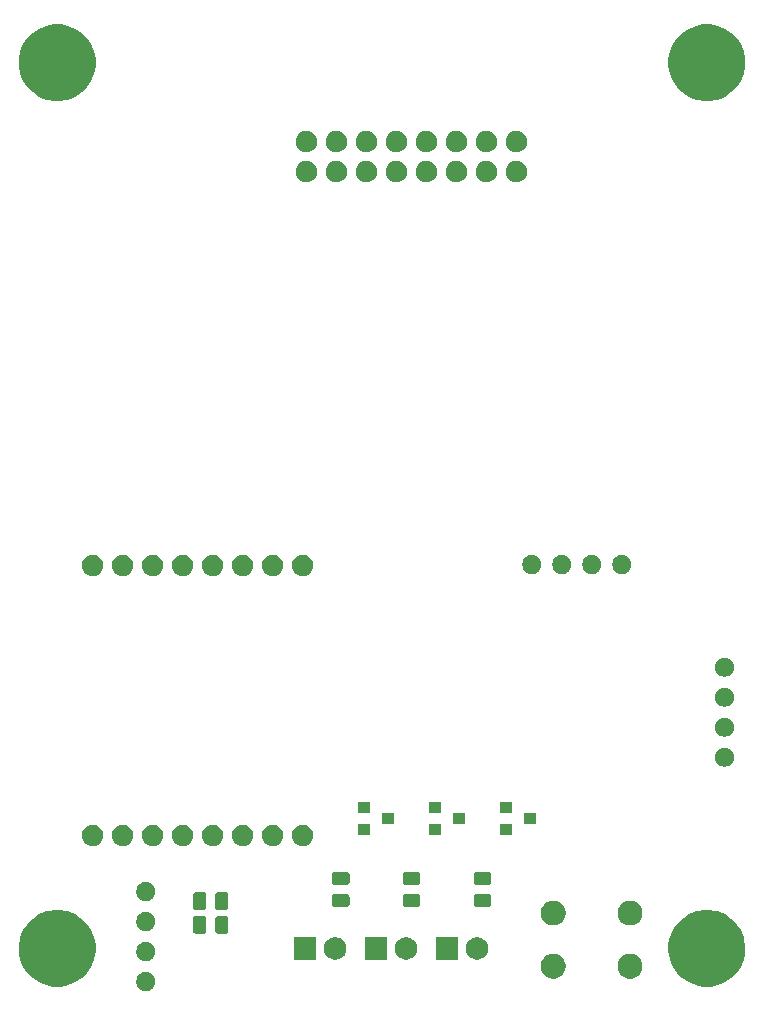
<source format=gbr>
G04 #@! TF.GenerationSoftware,KiCad,Pcbnew,5.1.5+dfsg1-2build2*
G04 #@! TF.CreationDate,2020-10-24T15:12:09+02:00*
G04 #@! TF.ProjectId,sensorbox,73656e73-6f72-4626-9f78-2e6b69636164,rev?*
G04 #@! TF.SameCoordinates,Original*
G04 #@! TF.FileFunction,Soldermask,Bot*
G04 #@! TF.FilePolarity,Negative*
%FSLAX46Y46*%
G04 Gerber Fmt 4.6, Leading zero omitted, Abs format (unit mm)*
G04 Created by KiCad (PCBNEW 5.1.5+dfsg1-2build2) date 2020-10-24 15:12:09*
%MOMM*%
%LPD*%
G04 APERTURE LIST*
%ADD10C,0.100000*%
G04 APERTURE END LIST*
D10*
G36*
X12737142Y-82028242D02*
G01*
X12885101Y-82089529D01*
X13018255Y-82178499D01*
X13131501Y-82291745D01*
X13220471Y-82424899D01*
X13281758Y-82572858D01*
X13313000Y-82729925D01*
X13313000Y-82890075D01*
X13281758Y-83047142D01*
X13220471Y-83195101D01*
X13131501Y-83328255D01*
X13018255Y-83441501D01*
X12885101Y-83530471D01*
X12737142Y-83591758D01*
X12580075Y-83623000D01*
X12419925Y-83623000D01*
X12262858Y-83591758D01*
X12114899Y-83530471D01*
X11981745Y-83441501D01*
X11868499Y-83328255D01*
X11779529Y-83195101D01*
X11718242Y-83047142D01*
X11687000Y-82890075D01*
X11687000Y-82729925D01*
X11718242Y-82572858D01*
X11779529Y-82424899D01*
X11868499Y-82291745D01*
X11981745Y-82178499D01*
X12114899Y-82089529D01*
X12262858Y-82028242D01*
X12419925Y-81997000D01*
X12580075Y-81997000D01*
X12737142Y-82028242D01*
G37*
G36*
X60634239Y-76811467D02*
G01*
X60948282Y-76873934D01*
X61539926Y-77119001D01*
X61966477Y-77404014D01*
X62072391Y-77474783D01*
X62525217Y-77927609D01*
X62580676Y-78010610D01*
X62880999Y-78460074D01*
X63126066Y-79051718D01*
X63167756Y-79261309D01*
X63251000Y-79679803D01*
X63251000Y-80320197D01*
X63217345Y-80489390D01*
X63126066Y-80948282D01*
X62880999Y-81539926D01*
X62702836Y-81806565D01*
X62554716Y-82028243D01*
X62525216Y-82072392D01*
X62072392Y-82525216D01*
X61539926Y-82880999D01*
X60948282Y-83126066D01*
X60634239Y-83188533D01*
X60320197Y-83251000D01*
X59679803Y-83251000D01*
X59365761Y-83188533D01*
X59051718Y-83126066D01*
X58460074Y-82880999D01*
X57927608Y-82525216D01*
X57474784Y-82072392D01*
X57445285Y-82028243D01*
X57297164Y-81806565D01*
X57119001Y-81539926D01*
X56873934Y-80948282D01*
X56782655Y-80489390D01*
X56749000Y-80320197D01*
X56749000Y-79679803D01*
X56832244Y-79261309D01*
X56873934Y-79051718D01*
X57119001Y-78460074D01*
X57419324Y-78010610D01*
X57474783Y-77927609D01*
X57927609Y-77474783D01*
X58033523Y-77404014D01*
X58460074Y-77119001D01*
X59051718Y-76873934D01*
X59365761Y-76811467D01*
X59679803Y-76749000D01*
X60320197Y-76749000D01*
X60634239Y-76811467D01*
G37*
G36*
X5634239Y-76811467D02*
G01*
X5948282Y-76873934D01*
X6539926Y-77119001D01*
X6966477Y-77404014D01*
X7072391Y-77474783D01*
X7525217Y-77927609D01*
X7580676Y-78010610D01*
X7880999Y-78460074D01*
X8126066Y-79051718D01*
X8167756Y-79261309D01*
X8251000Y-79679803D01*
X8251000Y-80320197D01*
X8217345Y-80489390D01*
X8126066Y-80948282D01*
X7880999Y-81539926D01*
X7702836Y-81806565D01*
X7554716Y-82028243D01*
X7525216Y-82072392D01*
X7072392Y-82525216D01*
X6539926Y-82880999D01*
X5948282Y-83126066D01*
X5634239Y-83188533D01*
X5320197Y-83251000D01*
X4679803Y-83251000D01*
X4365761Y-83188533D01*
X4051718Y-83126066D01*
X3460074Y-82880999D01*
X2927608Y-82525216D01*
X2474784Y-82072392D01*
X2445285Y-82028243D01*
X2297164Y-81806565D01*
X2119001Y-81539926D01*
X1873934Y-80948282D01*
X1782655Y-80489390D01*
X1749000Y-80320197D01*
X1749000Y-79679803D01*
X1832244Y-79261309D01*
X1873934Y-79051718D01*
X2119001Y-78460074D01*
X2419324Y-78010610D01*
X2474783Y-77927609D01*
X2927609Y-77474783D01*
X3033523Y-77404014D01*
X3460074Y-77119001D01*
X4051718Y-76873934D01*
X4365761Y-76811467D01*
X4679803Y-76749000D01*
X5320197Y-76749000D01*
X5634239Y-76811467D01*
G37*
G36*
X53806564Y-80489389D02*
G01*
X53997833Y-80568615D01*
X53997835Y-80568616D01*
X54169973Y-80683635D01*
X54316365Y-80830027D01*
X54397197Y-80951000D01*
X54431385Y-81002167D01*
X54510611Y-81193436D01*
X54551000Y-81396484D01*
X54551000Y-81603516D01*
X54510611Y-81806564D01*
X54431730Y-81997000D01*
X54431384Y-81997835D01*
X54316365Y-82169973D01*
X54169973Y-82316365D01*
X53997835Y-82431384D01*
X53997834Y-82431385D01*
X53997833Y-82431385D01*
X53806564Y-82510611D01*
X53603516Y-82551000D01*
X53396484Y-82551000D01*
X53193436Y-82510611D01*
X53002167Y-82431385D01*
X53002166Y-82431385D01*
X53002165Y-82431384D01*
X52830027Y-82316365D01*
X52683635Y-82169973D01*
X52568616Y-81997835D01*
X52568270Y-81997000D01*
X52489389Y-81806564D01*
X52449000Y-81603516D01*
X52449000Y-81396484D01*
X52489389Y-81193436D01*
X52568615Y-81002167D01*
X52602804Y-80951000D01*
X52683635Y-80830027D01*
X52830027Y-80683635D01*
X53002165Y-80568616D01*
X53002167Y-80568615D01*
X53193436Y-80489389D01*
X53396484Y-80449000D01*
X53603516Y-80449000D01*
X53806564Y-80489389D01*
G37*
G36*
X47306564Y-80489389D02*
G01*
X47497833Y-80568615D01*
X47497835Y-80568616D01*
X47669973Y-80683635D01*
X47816365Y-80830027D01*
X47897197Y-80951000D01*
X47931385Y-81002167D01*
X48010611Y-81193436D01*
X48051000Y-81396484D01*
X48051000Y-81603516D01*
X48010611Y-81806564D01*
X47931730Y-81997000D01*
X47931384Y-81997835D01*
X47816365Y-82169973D01*
X47669973Y-82316365D01*
X47497835Y-82431384D01*
X47497834Y-82431385D01*
X47497833Y-82431385D01*
X47306564Y-82510611D01*
X47103516Y-82551000D01*
X46896484Y-82551000D01*
X46693436Y-82510611D01*
X46502167Y-82431385D01*
X46502166Y-82431385D01*
X46502165Y-82431384D01*
X46330027Y-82316365D01*
X46183635Y-82169973D01*
X46068616Y-81997835D01*
X46068270Y-81997000D01*
X45989389Y-81806564D01*
X45949000Y-81603516D01*
X45949000Y-81396484D01*
X45989389Y-81193436D01*
X46068615Y-81002167D01*
X46102804Y-80951000D01*
X46183635Y-80830027D01*
X46330027Y-80683635D01*
X46502165Y-80568616D01*
X46502167Y-80568615D01*
X46693436Y-80489389D01*
X46896484Y-80449000D01*
X47103516Y-80449000D01*
X47306564Y-80489389D01*
G37*
G36*
X12737142Y-79488242D02*
G01*
X12885101Y-79549529D01*
X13018255Y-79638499D01*
X13131501Y-79751745D01*
X13220471Y-79884899D01*
X13281758Y-80032858D01*
X13313000Y-80189925D01*
X13313000Y-80350075D01*
X13281758Y-80507142D01*
X13220471Y-80655101D01*
X13131501Y-80788255D01*
X13018255Y-80901501D01*
X12885101Y-80990471D01*
X12737142Y-81051758D01*
X12580075Y-81083000D01*
X12419925Y-81083000D01*
X12262858Y-81051758D01*
X12114899Y-80990471D01*
X11981745Y-80901501D01*
X11868499Y-80788255D01*
X11779529Y-80655101D01*
X11718242Y-80507142D01*
X11687000Y-80350075D01*
X11687000Y-80189925D01*
X11718242Y-80032858D01*
X11779529Y-79884899D01*
X11868499Y-79751745D01*
X11981745Y-79638499D01*
X12114899Y-79549529D01*
X12262858Y-79488242D01*
X12419925Y-79457000D01*
X12580075Y-79457000D01*
X12737142Y-79488242D01*
G37*
G36*
X40817395Y-79085546D02*
G01*
X40990466Y-79157234D01*
X40990467Y-79157235D01*
X41146227Y-79261310D01*
X41278690Y-79393773D01*
X41278691Y-79393775D01*
X41382766Y-79549534D01*
X41454454Y-79722605D01*
X41491000Y-79906333D01*
X41491000Y-80093667D01*
X41454454Y-80277395D01*
X41382766Y-80450466D01*
X41331081Y-80527818D01*
X41278690Y-80606227D01*
X41146227Y-80738690D01*
X41072047Y-80788255D01*
X40990466Y-80842766D01*
X40817395Y-80914454D01*
X40633667Y-80951000D01*
X40446333Y-80951000D01*
X40262605Y-80914454D01*
X40089534Y-80842766D01*
X40007953Y-80788255D01*
X39933773Y-80738690D01*
X39801310Y-80606227D01*
X39748919Y-80527818D01*
X39697234Y-80450466D01*
X39625546Y-80277395D01*
X39589000Y-80093667D01*
X39589000Y-79906333D01*
X39625546Y-79722605D01*
X39697234Y-79549534D01*
X39801309Y-79393775D01*
X39801310Y-79393773D01*
X39933773Y-79261310D01*
X40089533Y-79157235D01*
X40089534Y-79157234D01*
X40262605Y-79085546D01*
X40446333Y-79049000D01*
X40633667Y-79049000D01*
X40817395Y-79085546D01*
G37*
G36*
X26951000Y-80951000D02*
G01*
X25049000Y-80951000D01*
X25049000Y-79049000D01*
X26951000Y-79049000D01*
X26951000Y-80951000D01*
G37*
G36*
X28817395Y-79085546D02*
G01*
X28990466Y-79157234D01*
X28990467Y-79157235D01*
X29146227Y-79261310D01*
X29278690Y-79393773D01*
X29278691Y-79393775D01*
X29382766Y-79549534D01*
X29454454Y-79722605D01*
X29491000Y-79906333D01*
X29491000Y-80093667D01*
X29454454Y-80277395D01*
X29382766Y-80450466D01*
X29331081Y-80527818D01*
X29278690Y-80606227D01*
X29146227Y-80738690D01*
X29072047Y-80788255D01*
X28990466Y-80842766D01*
X28817395Y-80914454D01*
X28633667Y-80951000D01*
X28446333Y-80951000D01*
X28262605Y-80914454D01*
X28089534Y-80842766D01*
X28007953Y-80788255D01*
X27933773Y-80738690D01*
X27801310Y-80606227D01*
X27748919Y-80527818D01*
X27697234Y-80450466D01*
X27625546Y-80277395D01*
X27589000Y-80093667D01*
X27589000Y-79906333D01*
X27625546Y-79722605D01*
X27697234Y-79549534D01*
X27801309Y-79393775D01*
X27801310Y-79393773D01*
X27933773Y-79261310D01*
X28089533Y-79157235D01*
X28089534Y-79157234D01*
X28262605Y-79085546D01*
X28446333Y-79049000D01*
X28633667Y-79049000D01*
X28817395Y-79085546D01*
G37*
G36*
X32951000Y-80951000D02*
G01*
X31049000Y-80951000D01*
X31049000Y-79049000D01*
X32951000Y-79049000D01*
X32951000Y-80951000D01*
G37*
G36*
X34817395Y-79085546D02*
G01*
X34990466Y-79157234D01*
X34990467Y-79157235D01*
X35146227Y-79261310D01*
X35278690Y-79393773D01*
X35278691Y-79393775D01*
X35382766Y-79549534D01*
X35454454Y-79722605D01*
X35491000Y-79906333D01*
X35491000Y-80093667D01*
X35454454Y-80277395D01*
X35382766Y-80450466D01*
X35331081Y-80527818D01*
X35278690Y-80606227D01*
X35146227Y-80738690D01*
X35072047Y-80788255D01*
X34990466Y-80842766D01*
X34817395Y-80914454D01*
X34633667Y-80951000D01*
X34446333Y-80951000D01*
X34262605Y-80914454D01*
X34089534Y-80842766D01*
X34007953Y-80788255D01*
X33933773Y-80738690D01*
X33801310Y-80606227D01*
X33748919Y-80527818D01*
X33697234Y-80450466D01*
X33625546Y-80277395D01*
X33589000Y-80093667D01*
X33589000Y-79906333D01*
X33625546Y-79722605D01*
X33697234Y-79549534D01*
X33801309Y-79393775D01*
X33801310Y-79393773D01*
X33933773Y-79261310D01*
X34089533Y-79157235D01*
X34089534Y-79157234D01*
X34262605Y-79085546D01*
X34446333Y-79049000D01*
X34633667Y-79049000D01*
X34817395Y-79085546D01*
G37*
G36*
X38951000Y-80951000D02*
G01*
X37049000Y-80951000D01*
X37049000Y-79049000D01*
X38951000Y-79049000D01*
X38951000Y-80951000D01*
G37*
G36*
X19309468Y-77253565D02*
G01*
X19348138Y-77265296D01*
X19383777Y-77284346D01*
X19415017Y-77309983D01*
X19440654Y-77341223D01*
X19459704Y-77376862D01*
X19471435Y-77415532D01*
X19476000Y-77461888D01*
X19476000Y-78538112D01*
X19471435Y-78584468D01*
X19459704Y-78623138D01*
X19440654Y-78658777D01*
X19415017Y-78690017D01*
X19383777Y-78715654D01*
X19348138Y-78734704D01*
X19309468Y-78746435D01*
X19263112Y-78751000D01*
X18611888Y-78751000D01*
X18565532Y-78746435D01*
X18526862Y-78734704D01*
X18491223Y-78715654D01*
X18459983Y-78690017D01*
X18434346Y-78658777D01*
X18415296Y-78623138D01*
X18403565Y-78584468D01*
X18399000Y-78538112D01*
X18399000Y-77461888D01*
X18403565Y-77415532D01*
X18415296Y-77376862D01*
X18434346Y-77341223D01*
X18459983Y-77309983D01*
X18491223Y-77284346D01*
X18526862Y-77265296D01*
X18565532Y-77253565D01*
X18611888Y-77249000D01*
X19263112Y-77249000D01*
X19309468Y-77253565D01*
G37*
G36*
X17434468Y-77253565D02*
G01*
X17473138Y-77265296D01*
X17508777Y-77284346D01*
X17540017Y-77309983D01*
X17565654Y-77341223D01*
X17584704Y-77376862D01*
X17596435Y-77415532D01*
X17601000Y-77461888D01*
X17601000Y-78538112D01*
X17596435Y-78584468D01*
X17584704Y-78623138D01*
X17565654Y-78658777D01*
X17540017Y-78690017D01*
X17508777Y-78715654D01*
X17473138Y-78734704D01*
X17434468Y-78746435D01*
X17388112Y-78751000D01*
X16736888Y-78751000D01*
X16690532Y-78746435D01*
X16651862Y-78734704D01*
X16616223Y-78715654D01*
X16584983Y-78690017D01*
X16559346Y-78658777D01*
X16540296Y-78623138D01*
X16528565Y-78584468D01*
X16524000Y-78538112D01*
X16524000Y-77461888D01*
X16528565Y-77415532D01*
X16540296Y-77376862D01*
X16559346Y-77341223D01*
X16584983Y-77309983D01*
X16616223Y-77284346D01*
X16651862Y-77265296D01*
X16690532Y-77253565D01*
X16736888Y-77249000D01*
X17388112Y-77249000D01*
X17434468Y-77253565D01*
G37*
G36*
X12737142Y-76948242D02*
G01*
X12885101Y-77009529D01*
X13018255Y-77098499D01*
X13131501Y-77211745D01*
X13220471Y-77344899D01*
X13281758Y-77492858D01*
X13313000Y-77649925D01*
X13313000Y-77810075D01*
X13281758Y-77967142D01*
X13220471Y-78115101D01*
X13131501Y-78248255D01*
X13018255Y-78361501D01*
X12885101Y-78450471D01*
X12737142Y-78511758D01*
X12580075Y-78543000D01*
X12419925Y-78543000D01*
X12262858Y-78511758D01*
X12114899Y-78450471D01*
X11981745Y-78361501D01*
X11868499Y-78248255D01*
X11779529Y-78115101D01*
X11718242Y-77967142D01*
X11687000Y-77810075D01*
X11687000Y-77649925D01*
X11718242Y-77492858D01*
X11779529Y-77344899D01*
X11868499Y-77211745D01*
X11981745Y-77098499D01*
X12114899Y-77009529D01*
X12262858Y-76948242D01*
X12419925Y-76917000D01*
X12580075Y-76917000D01*
X12737142Y-76948242D01*
G37*
G36*
X53806564Y-75989389D02*
G01*
X53997833Y-76068615D01*
X53997835Y-76068616D01*
X54169973Y-76183635D01*
X54316365Y-76330027D01*
X54390284Y-76440654D01*
X54431385Y-76502167D01*
X54510611Y-76693436D01*
X54551000Y-76896484D01*
X54551000Y-77103516D01*
X54510611Y-77306564D01*
X54440932Y-77474784D01*
X54431384Y-77497835D01*
X54316365Y-77669973D01*
X54169973Y-77816365D01*
X53997835Y-77931384D01*
X53997834Y-77931385D01*
X53997833Y-77931385D01*
X53806564Y-78010611D01*
X53603516Y-78051000D01*
X53396484Y-78051000D01*
X53193436Y-78010611D01*
X53002167Y-77931385D01*
X53002166Y-77931385D01*
X53002165Y-77931384D01*
X52830027Y-77816365D01*
X52683635Y-77669973D01*
X52568616Y-77497835D01*
X52559068Y-77474784D01*
X52489389Y-77306564D01*
X52449000Y-77103516D01*
X52449000Y-76896484D01*
X52489389Y-76693436D01*
X52568615Y-76502167D01*
X52609717Y-76440654D01*
X52683635Y-76330027D01*
X52830027Y-76183635D01*
X53002165Y-76068616D01*
X53002167Y-76068615D01*
X53193436Y-75989389D01*
X53396484Y-75949000D01*
X53603516Y-75949000D01*
X53806564Y-75989389D01*
G37*
G36*
X47306564Y-75989389D02*
G01*
X47497833Y-76068615D01*
X47497835Y-76068616D01*
X47669973Y-76183635D01*
X47816365Y-76330027D01*
X47890284Y-76440654D01*
X47931385Y-76502167D01*
X48010611Y-76693436D01*
X48051000Y-76896484D01*
X48051000Y-77103516D01*
X48010611Y-77306564D01*
X47940932Y-77474784D01*
X47931384Y-77497835D01*
X47816365Y-77669973D01*
X47669973Y-77816365D01*
X47497835Y-77931384D01*
X47497834Y-77931385D01*
X47497833Y-77931385D01*
X47306564Y-78010611D01*
X47103516Y-78051000D01*
X46896484Y-78051000D01*
X46693436Y-78010611D01*
X46502167Y-77931385D01*
X46502166Y-77931385D01*
X46502165Y-77931384D01*
X46330027Y-77816365D01*
X46183635Y-77669973D01*
X46068616Y-77497835D01*
X46059068Y-77474784D01*
X45989389Y-77306564D01*
X45949000Y-77103516D01*
X45949000Y-76896484D01*
X45989389Y-76693436D01*
X46068615Y-76502167D01*
X46109717Y-76440654D01*
X46183635Y-76330027D01*
X46330027Y-76183635D01*
X46502165Y-76068616D01*
X46502167Y-76068615D01*
X46693436Y-75989389D01*
X46896484Y-75949000D01*
X47103516Y-75949000D01*
X47306564Y-75989389D01*
G37*
G36*
X17434468Y-75253565D02*
G01*
X17473138Y-75265296D01*
X17508777Y-75284346D01*
X17540017Y-75309983D01*
X17565654Y-75341223D01*
X17584704Y-75376862D01*
X17596435Y-75415532D01*
X17601000Y-75461888D01*
X17601000Y-76538112D01*
X17596435Y-76584468D01*
X17584704Y-76623138D01*
X17565654Y-76658777D01*
X17540017Y-76690017D01*
X17508777Y-76715654D01*
X17473138Y-76734704D01*
X17434468Y-76746435D01*
X17388112Y-76751000D01*
X16736888Y-76751000D01*
X16690532Y-76746435D01*
X16651862Y-76734704D01*
X16616223Y-76715654D01*
X16584983Y-76690017D01*
X16559346Y-76658777D01*
X16540296Y-76623138D01*
X16528565Y-76584468D01*
X16524000Y-76538112D01*
X16524000Y-75461888D01*
X16528565Y-75415532D01*
X16540296Y-75376862D01*
X16559346Y-75341223D01*
X16584983Y-75309983D01*
X16616223Y-75284346D01*
X16651862Y-75265296D01*
X16690532Y-75253565D01*
X16736888Y-75249000D01*
X17388112Y-75249000D01*
X17434468Y-75253565D01*
G37*
G36*
X19309468Y-75253565D02*
G01*
X19348138Y-75265296D01*
X19383777Y-75284346D01*
X19415017Y-75309983D01*
X19440654Y-75341223D01*
X19459704Y-75376862D01*
X19471435Y-75415532D01*
X19476000Y-75461888D01*
X19476000Y-76538112D01*
X19471435Y-76584468D01*
X19459704Y-76623138D01*
X19440654Y-76658777D01*
X19415017Y-76690017D01*
X19383777Y-76715654D01*
X19348138Y-76734704D01*
X19309468Y-76746435D01*
X19263112Y-76751000D01*
X18611888Y-76751000D01*
X18565532Y-76746435D01*
X18526862Y-76734704D01*
X18491223Y-76715654D01*
X18459983Y-76690017D01*
X18434346Y-76658777D01*
X18415296Y-76623138D01*
X18403565Y-76584468D01*
X18399000Y-76538112D01*
X18399000Y-75461888D01*
X18403565Y-75415532D01*
X18415296Y-75376862D01*
X18434346Y-75341223D01*
X18459983Y-75309983D01*
X18491223Y-75284346D01*
X18526862Y-75265296D01*
X18565532Y-75253565D01*
X18611888Y-75249000D01*
X19263112Y-75249000D01*
X19309468Y-75253565D01*
G37*
G36*
X41584468Y-75403565D02*
G01*
X41623138Y-75415296D01*
X41658777Y-75434346D01*
X41690017Y-75459983D01*
X41715654Y-75491223D01*
X41734704Y-75526862D01*
X41746435Y-75565532D01*
X41751000Y-75611888D01*
X41751000Y-76263112D01*
X41746435Y-76309468D01*
X41734704Y-76348138D01*
X41715654Y-76383777D01*
X41690017Y-76415017D01*
X41658777Y-76440654D01*
X41623138Y-76459704D01*
X41584468Y-76471435D01*
X41538112Y-76476000D01*
X40461888Y-76476000D01*
X40415532Y-76471435D01*
X40376862Y-76459704D01*
X40341223Y-76440654D01*
X40309983Y-76415017D01*
X40284346Y-76383777D01*
X40265296Y-76348138D01*
X40253565Y-76309468D01*
X40249000Y-76263112D01*
X40249000Y-75611888D01*
X40253565Y-75565532D01*
X40265296Y-75526862D01*
X40284346Y-75491223D01*
X40309983Y-75459983D01*
X40341223Y-75434346D01*
X40376862Y-75415296D01*
X40415532Y-75403565D01*
X40461888Y-75399000D01*
X41538112Y-75399000D01*
X41584468Y-75403565D01*
G37*
G36*
X29584468Y-75403565D02*
G01*
X29623138Y-75415296D01*
X29658777Y-75434346D01*
X29690017Y-75459983D01*
X29715654Y-75491223D01*
X29734704Y-75526862D01*
X29746435Y-75565532D01*
X29751000Y-75611888D01*
X29751000Y-76263112D01*
X29746435Y-76309468D01*
X29734704Y-76348138D01*
X29715654Y-76383777D01*
X29690017Y-76415017D01*
X29658777Y-76440654D01*
X29623138Y-76459704D01*
X29584468Y-76471435D01*
X29538112Y-76476000D01*
X28461888Y-76476000D01*
X28415532Y-76471435D01*
X28376862Y-76459704D01*
X28341223Y-76440654D01*
X28309983Y-76415017D01*
X28284346Y-76383777D01*
X28265296Y-76348138D01*
X28253565Y-76309468D01*
X28249000Y-76263112D01*
X28249000Y-75611888D01*
X28253565Y-75565532D01*
X28265296Y-75526862D01*
X28284346Y-75491223D01*
X28309983Y-75459983D01*
X28341223Y-75434346D01*
X28376862Y-75415296D01*
X28415532Y-75403565D01*
X28461888Y-75399000D01*
X29538112Y-75399000D01*
X29584468Y-75403565D01*
G37*
G36*
X35584468Y-75403565D02*
G01*
X35623138Y-75415296D01*
X35658777Y-75434346D01*
X35690017Y-75459983D01*
X35715654Y-75491223D01*
X35734704Y-75526862D01*
X35746435Y-75565532D01*
X35751000Y-75611888D01*
X35751000Y-76263112D01*
X35746435Y-76309468D01*
X35734704Y-76348138D01*
X35715654Y-76383777D01*
X35690017Y-76415017D01*
X35658777Y-76440654D01*
X35623138Y-76459704D01*
X35584468Y-76471435D01*
X35538112Y-76476000D01*
X34461888Y-76476000D01*
X34415532Y-76471435D01*
X34376862Y-76459704D01*
X34341223Y-76440654D01*
X34309983Y-76415017D01*
X34284346Y-76383777D01*
X34265296Y-76348138D01*
X34253565Y-76309468D01*
X34249000Y-76263112D01*
X34249000Y-75611888D01*
X34253565Y-75565532D01*
X34265296Y-75526862D01*
X34284346Y-75491223D01*
X34309983Y-75459983D01*
X34341223Y-75434346D01*
X34376862Y-75415296D01*
X34415532Y-75403565D01*
X34461888Y-75399000D01*
X35538112Y-75399000D01*
X35584468Y-75403565D01*
G37*
G36*
X12737142Y-74408242D02*
G01*
X12885101Y-74469529D01*
X13018255Y-74558499D01*
X13131501Y-74671745D01*
X13220471Y-74804899D01*
X13281758Y-74952858D01*
X13313000Y-75109925D01*
X13313000Y-75270075D01*
X13281758Y-75427142D01*
X13220471Y-75575101D01*
X13131501Y-75708255D01*
X13018255Y-75821501D01*
X12885101Y-75910471D01*
X12737142Y-75971758D01*
X12580075Y-76003000D01*
X12419925Y-76003000D01*
X12262858Y-75971758D01*
X12114899Y-75910471D01*
X11981745Y-75821501D01*
X11868499Y-75708255D01*
X11779529Y-75575101D01*
X11718242Y-75427142D01*
X11687000Y-75270075D01*
X11687000Y-75109925D01*
X11718242Y-74952858D01*
X11779529Y-74804899D01*
X11868499Y-74671745D01*
X11981745Y-74558499D01*
X12114899Y-74469529D01*
X12262858Y-74408242D01*
X12419925Y-74377000D01*
X12580075Y-74377000D01*
X12737142Y-74408242D01*
G37*
G36*
X35584468Y-73528565D02*
G01*
X35623138Y-73540296D01*
X35658777Y-73559346D01*
X35690017Y-73584983D01*
X35715654Y-73616223D01*
X35734704Y-73651862D01*
X35746435Y-73690532D01*
X35751000Y-73736888D01*
X35751000Y-74388112D01*
X35746435Y-74434468D01*
X35734704Y-74473138D01*
X35715654Y-74508777D01*
X35690017Y-74540017D01*
X35658777Y-74565654D01*
X35623138Y-74584704D01*
X35584468Y-74596435D01*
X35538112Y-74601000D01*
X34461888Y-74601000D01*
X34415532Y-74596435D01*
X34376862Y-74584704D01*
X34341223Y-74565654D01*
X34309983Y-74540017D01*
X34284346Y-74508777D01*
X34265296Y-74473138D01*
X34253565Y-74434468D01*
X34249000Y-74388112D01*
X34249000Y-73736888D01*
X34253565Y-73690532D01*
X34265296Y-73651862D01*
X34284346Y-73616223D01*
X34309983Y-73584983D01*
X34341223Y-73559346D01*
X34376862Y-73540296D01*
X34415532Y-73528565D01*
X34461888Y-73524000D01*
X35538112Y-73524000D01*
X35584468Y-73528565D01*
G37*
G36*
X29584468Y-73528565D02*
G01*
X29623138Y-73540296D01*
X29658777Y-73559346D01*
X29690017Y-73584983D01*
X29715654Y-73616223D01*
X29734704Y-73651862D01*
X29746435Y-73690532D01*
X29751000Y-73736888D01*
X29751000Y-74388112D01*
X29746435Y-74434468D01*
X29734704Y-74473138D01*
X29715654Y-74508777D01*
X29690017Y-74540017D01*
X29658777Y-74565654D01*
X29623138Y-74584704D01*
X29584468Y-74596435D01*
X29538112Y-74601000D01*
X28461888Y-74601000D01*
X28415532Y-74596435D01*
X28376862Y-74584704D01*
X28341223Y-74565654D01*
X28309983Y-74540017D01*
X28284346Y-74508777D01*
X28265296Y-74473138D01*
X28253565Y-74434468D01*
X28249000Y-74388112D01*
X28249000Y-73736888D01*
X28253565Y-73690532D01*
X28265296Y-73651862D01*
X28284346Y-73616223D01*
X28309983Y-73584983D01*
X28341223Y-73559346D01*
X28376862Y-73540296D01*
X28415532Y-73528565D01*
X28461888Y-73524000D01*
X29538112Y-73524000D01*
X29584468Y-73528565D01*
G37*
G36*
X41584468Y-73528565D02*
G01*
X41623138Y-73540296D01*
X41658777Y-73559346D01*
X41690017Y-73584983D01*
X41715654Y-73616223D01*
X41734704Y-73651862D01*
X41746435Y-73690532D01*
X41751000Y-73736888D01*
X41751000Y-74388112D01*
X41746435Y-74434468D01*
X41734704Y-74473138D01*
X41715654Y-74508777D01*
X41690017Y-74540017D01*
X41658777Y-74565654D01*
X41623138Y-74584704D01*
X41584468Y-74596435D01*
X41538112Y-74601000D01*
X40461888Y-74601000D01*
X40415532Y-74596435D01*
X40376862Y-74584704D01*
X40341223Y-74565654D01*
X40309983Y-74540017D01*
X40284346Y-74508777D01*
X40265296Y-74473138D01*
X40253565Y-74434468D01*
X40249000Y-74388112D01*
X40249000Y-73736888D01*
X40253565Y-73690532D01*
X40265296Y-73651862D01*
X40284346Y-73616223D01*
X40309983Y-73584983D01*
X40341223Y-73559346D01*
X40376862Y-73540296D01*
X40415532Y-73528565D01*
X40461888Y-73524000D01*
X41538112Y-73524000D01*
X41584468Y-73528565D01*
G37*
G36*
X18273512Y-69533927D02*
G01*
X18422812Y-69563624D01*
X18586784Y-69631544D01*
X18734354Y-69730147D01*
X18859853Y-69855646D01*
X18958456Y-70003216D01*
X19026376Y-70167188D01*
X19061000Y-70341259D01*
X19061000Y-70518741D01*
X19026376Y-70692812D01*
X18958456Y-70856784D01*
X18859853Y-71004354D01*
X18734354Y-71129853D01*
X18586784Y-71228456D01*
X18422812Y-71296376D01*
X18273512Y-71326073D01*
X18248742Y-71331000D01*
X18071258Y-71331000D01*
X18046488Y-71326073D01*
X17897188Y-71296376D01*
X17733216Y-71228456D01*
X17585646Y-71129853D01*
X17460147Y-71004354D01*
X17361544Y-70856784D01*
X17293624Y-70692812D01*
X17259000Y-70518741D01*
X17259000Y-70341259D01*
X17293624Y-70167188D01*
X17361544Y-70003216D01*
X17460147Y-69855646D01*
X17585646Y-69730147D01*
X17733216Y-69631544D01*
X17897188Y-69563624D01*
X18046488Y-69533927D01*
X18071258Y-69529000D01*
X18248742Y-69529000D01*
X18273512Y-69533927D01*
G37*
G36*
X25893512Y-69533927D02*
G01*
X26042812Y-69563624D01*
X26206784Y-69631544D01*
X26354354Y-69730147D01*
X26479853Y-69855646D01*
X26578456Y-70003216D01*
X26646376Y-70167188D01*
X26681000Y-70341259D01*
X26681000Y-70518741D01*
X26646376Y-70692812D01*
X26578456Y-70856784D01*
X26479853Y-71004354D01*
X26354354Y-71129853D01*
X26206784Y-71228456D01*
X26042812Y-71296376D01*
X25893512Y-71326073D01*
X25868742Y-71331000D01*
X25691258Y-71331000D01*
X25666488Y-71326073D01*
X25517188Y-71296376D01*
X25353216Y-71228456D01*
X25205646Y-71129853D01*
X25080147Y-71004354D01*
X24981544Y-70856784D01*
X24913624Y-70692812D01*
X24879000Y-70518741D01*
X24879000Y-70341259D01*
X24913624Y-70167188D01*
X24981544Y-70003216D01*
X25080147Y-69855646D01*
X25205646Y-69730147D01*
X25353216Y-69631544D01*
X25517188Y-69563624D01*
X25666488Y-69533927D01*
X25691258Y-69529000D01*
X25868742Y-69529000D01*
X25893512Y-69533927D01*
G37*
G36*
X8113512Y-69533927D02*
G01*
X8262812Y-69563624D01*
X8426784Y-69631544D01*
X8574354Y-69730147D01*
X8699853Y-69855646D01*
X8798456Y-70003216D01*
X8866376Y-70167188D01*
X8901000Y-70341259D01*
X8901000Y-70518741D01*
X8866376Y-70692812D01*
X8798456Y-70856784D01*
X8699853Y-71004354D01*
X8574354Y-71129853D01*
X8426784Y-71228456D01*
X8262812Y-71296376D01*
X8113512Y-71326073D01*
X8088742Y-71331000D01*
X7911258Y-71331000D01*
X7886488Y-71326073D01*
X7737188Y-71296376D01*
X7573216Y-71228456D01*
X7425646Y-71129853D01*
X7300147Y-71004354D01*
X7201544Y-70856784D01*
X7133624Y-70692812D01*
X7099000Y-70518741D01*
X7099000Y-70341259D01*
X7133624Y-70167188D01*
X7201544Y-70003216D01*
X7300147Y-69855646D01*
X7425646Y-69730147D01*
X7573216Y-69631544D01*
X7737188Y-69563624D01*
X7886488Y-69533927D01*
X7911258Y-69529000D01*
X8088742Y-69529000D01*
X8113512Y-69533927D01*
G37*
G36*
X10653512Y-69533927D02*
G01*
X10802812Y-69563624D01*
X10966784Y-69631544D01*
X11114354Y-69730147D01*
X11239853Y-69855646D01*
X11338456Y-70003216D01*
X11406376Y-70167188D01*
X11441000Y-70341259D01*
X11441000Y-70518741D01*
X11406376Y-70692812D01*
X11338456Y-70856784D01*
X11239853Y-71004354D01*
X11114354Y-71129853D01*
X10966784Y-71228456D01*
X10802812Y-71296376D01*
X10653512Y-71326073D01*
X10628742Y-71331000D01*
X10451258Y-71331000D01*
X10426488Y-71326073D01*
X10277188Y-71296376D01*
X10113216Y-71228456D01*
X9965646Y-71129853D01*
X9840147Y-71004354D01*
X9741544Y-70856784D01*
X9673624Y-70692812D01*
X9639000Y-70518741D01*
X9639000Y-70341259D01*
X9673624Y-70167188D01*
X9741544Y-70003216D01*
X9840147Y-69855646D01*
X9965646Y-69730147D01*
X10113216Y-69631544D01*
X10277188Y-69563624D01*
X10426488Y-69533927D01*
X10451258Y-69529000D01*
X10628742Y-69529000D01*
X10653512Y-69533927D01*
G37*
G36*
X15733512Y-69533927D02*
G01*
X15882812Y-69563624D01*
X16046784Y-69631544D01*
X16194354Y-69730147D01*
X16319853Y-69855646D01*
X16418456Y-70003216D01*
X16486376Y-70167188D01*
X16521000Y-70341259D01*
X16521000Y-70518741D01*
X16486376Y-70692812D01*
X16418456Y-70856784D01*
X16319853Y-71004354D01*
X16194354Y-71129853D01*
X16046784Y-71228456D01*
X15882812Y-71296376D01*
X15733512Y-71326073D01*
X15708742Y-71331000D01*
X15531258Y-71331000D01*
X15506488Y-71326073D01*
X15357188Y-71296376D01*
X15193216Y-71228456D01*
X15045646Y-71129853D01*
X14920147Y-71004354D01*
X14821544Y-70856784D01*
X14753624Y-70692812D01*
X14719000Y-70518741D01*
X14719000Y-70341259D01*
X14753624Y-70167188D01*
X14821544Y-70003216D01*
X14920147Y-69855646D01*
X15045646Y-69730147D01*
X15193216Y-69631544D01*
X15357188Y-69563624D01*
X15506488Y-69533927D01*
X15531258Y-69529000D01*
X15708742Y-69529000D01*
X15733512Y-69533927D01*
G37*
G36*
X13193512Y-69533927D02*
G01*
X13342812Y-69563624D01*
X13506784Y-69631544D01*
X13654354Y-69730147D01*
X13779853Y-69855646D01*
X13878456Y-70003216D01*
X13946376Y-70167188D01*
X13981000Y-70341259D01*
X13981000Y-70518741D01*
X13946376Y-70692812D01*
X13878456Y-70856784D01*
X13779853Y-71004354D01*
X13654354Y-71129853D01*
X13506784Y-71228456D01*
X13342812Y-71296376D01*
X13193512Y-71326073D01*
X13168742Y-71331000D01*
X12991258Y-71331000D01*
X12966488Y-71326073D01*
X12817188Y-71296376D01*
X12653216Y-71228456D01*
X12505646Y-71129853D01*
X12380147Y-71004354D01*
X12281544Y-70856784D01*
X12213624Y-70692812D01*
X12179000Y-70518741D01*
X12179000Y-70341259D01*
X12213624Y-70167188D01*
X12281544Y-70003216D01*
X12380147Y-69855646D01*
X12505646Y-69730147D01*
X12653216Y-69631544D01*
X12817188Y-69563624D01*
X12966488Y-69533927D01*
X12991258Y-69529000D01*
X13168742Y-69529000D01*
X13193512Y-69533927D01*
G37*
G36*
X23353512Y-69533927D02*
G01*
X23502812Y-69563624D01*
X23666784Y-69631544D01*
X23814354Y-69730147D01*
X23939853Y-69855646D01*
X24038456Y-70003216D01*
X24106376Y-70167188D01*
X24141000Y-70341259D01*
X24141000Y-70518741D01*
X24106376Y-70692812D01*
X24038456Y-70856784D01*
X23939853Y-71004354D01*
X23814354Y-71129853D01*
X23666784Y-71228456D01*
X23502812Y-71296376D01*
X23353512Y-71326073D01*
X23328742Y-71331000D01*
X23151258Y-71331000D01*
X23126488Y-71326073D01*
X22977188Y-71296376D01*
X22813216Y-71228456D01*
X22665646Y-71129853D01*
X22540147Y-71004354D01*
X22441544Y-70856784D01*
X22373624Y-70692812D01*
X22339000Y-70518741D01*
X22339000Y-70341259D01*
X22373624Y-70167188D01*
X22441544Y-70003216D01*
X22540147Y-69855646D01*
X22665646Y-69730147D01*
X22813216Y-69631544D01*
X22977188Y-69563624D01*
X23126488Y-69533927D01*
X23151258Y-69529000D01*
X23328742Y-69529000D01*
X23353512Y-69533927D01*
G37*
G36*
X20813512Y-69533927D02*
G01*
X20962812Y-69563624D01*
X21126784Y-69631544D01*
X21274354Y-69730147D01*
X21399853Y-69855646D01*
X21498456Y-70003216D01*
X21566376Y-70167188D01*
X21601000Y-70341259D01*
X21601000Y-70518741D01*
X21566376Y-70692812D01*
X21498456Y-70856784D01*
X21399853Y-71004354D01*
X21274354Y-71129853D01*
X21126784Y-71228456D01*
X20962812Y-71296376D01*
X20813512Y-71326073D01*
X20788742Y-71331000D01*
X20611258Y-71331000D01*
X20586488Y-71326073D01*
X20437188Y-71296376D01*
X20273216Y-71228456D01*
X20125646Y-71129853D01*
X20000147Y-71004354D01*
X19901544Y-70856784D01*
X19833624Y-70692812D01*
X19799000Y-70518741D01*
X19799000Y-70341259D01*
X19833624Y-70167188D01*
X19901544Y-70003216D01*
X20000147Y-69855646D01*
X20125646Y-69730147D01*
X20273216Y-69631544D01*
X20437188Y-69563624D01*
X20586488Y-69533927D01*
X20611258Y-69529000D01*
X20788742Y-69529000D01*
X20813512Y-69533927D01*
G37*
G36*
X31501000Y-70401000D02*
G01*
X30499000Y-70401000D01*
X30499000Y-69499000D01*
X31501000Y-69499000D01*
X31501000Y-70401000D01*
G37*
G36*
X37501000Y-70401000D02*
G01*
X36499000Y-70401000D01*
X36499000Y-69499000D01*
X37501000Y-69499000D01*
X37501000Y-70401000D01*
G37*
G36*
X43501000Y-70401000D02*
G01*
X42499000Y-70401000D01*
X42499000Y-69499000D01*
X43501000Y-69499000D01*
X43501000Y-70401000D01*
G37*
G36*
X33501000Y-69451000D02*
G01*
X32499000Y-69451000D01*
X32499000Y-68549000D01*
X33501000Y-68549000D01*
X33501000Y-69451000D01*
G37*
G36*
X39501000Y-69451000D02*
G01*
X38499000Y-69451000D01*
X38499000Y-68549000D01*
X39501000Y-68549000D01*
X39501000Y-69451000D01*
G37*
G36*
X45501000Y-69451000D02*
G01*
X44499000Y-69451000D01*
X44499000Y-68549000D01*
X45501000Y-68549000D01*
X45501000Y-69451000D01*
G37*
G36*
X31501000Y-68501000D02*
G01*
X30499000Y-68501000D01*
X30499000Y-67599000D01*
X31501000Y-67599000D01*
X31501000Y-68501000D01*
G37*
G36*
X43501000Y-68501000D02*
G01*
X42499000Y-68501000D01*
X42499000Y-67599000D01*
X43501000Y-67599000D01*
X43501000Y-68501000D01*
G37*
G36*
X37501000Y-68501000D02*
G01*
X36499000Y-68501000D01*
X36499000Y-67599000D01*
X37501000Y-67599000D01*
X37501000Y-68501000D01*
G37*
G36*
X61737142Y-63028242D02*
G01*
X61885101Y-63089529D01*
X62018255Y-63178499D01*
X62131501Y-63291745D01*
X62220471Y-63424899D01*
X62281758Y-63572858D01*
X62313000Y-63729925D01*
X62313000Y-63890075D01*
X62281758Y-64047142D01*
X62220471Y-64195101D01*
X62131501Y-64328255D01*
X62018255Y-64441501D01*
X61885101Y-64530471D01*
X61737142Y-64591758D01*
X61580075Y-64623000D01*
X61419925Y-64623000D01*
X61262858Y-64591758D01*
X61114899Y-64530471D01*
X60981745Y-64441501D01*
X60868499Y-64328255D01*
X60779529Y-64195101D01*
X60718242Y-64047142D01*
X60687000Y-63890075D01*
X60687000Y-63729925D01*
X60718242Y-63572858D01*
X60779529Y-63424899D01*
X60868499Y-63291745D01*
X60981745Y-63178499D01*
X61114899Y-63089529D01*
X61262858Y-63028242D01*
X61419925Y-62997000D01*
X61580075Y-62997000D01*
X61737142Y-63028242D01*
G37*
G36*
X61737142Y-60488242D02*
G01*
X61885101Y-60549529D01*
X62018255Y-60638499D01*
X62131501Y-60751745D01*
X62220471Y-60884899D01*
X62281758Y-61032858D01*
X62313000Y-61189925D01*
X62313000Y-61350075D01*
X62281758Y-61507142D01*
X62220471Y-61655101D01*
X62131501Y-61788255D01*
X62018255Y-61901501D01*
X61885101Y-61990471D01*
X61737142Y-62051758D01*
X61580075Y-62083000D01*
X61419925Y-62083000D01*
X61262858Y-62051758D01*
X61114899Y-61990471D01*
X60981745Y-61901501D01*
X60868499Y-61788255D01*
X60779529Y-61655101D01*
X60718242Y-61507142D01*
X60687000Y-61350075D01*
X60687000Y-61189925D01*
X60718242Y-61032858D01*
X60779529Y-60884899D01*
X60868499Y-60751745D01*
X60981745Y-60638499D01*
X61114899Y-60549529D01*
X61262858Y-60488242D01*
X61419925Y-60457000D01*
X61580075Y-60457000D01*
X61737142Y-60488242D01*
G37*
G36*
X61737142Y-57948242D02*
G01*
X61885101Y-58009529D01*
X62018255Y-58098499D01*
X62131501Y-58211745D01*
X62220471Y-58344899D01*
X62281758Y-58492858D01*
X62313000Y-58649925D01*
X62313000Y-58810075D01*
X62281758Y-58967142D01*
X62220471Y-59115101D01*
X62131501Y-59248255D01*
X62018255Y-59361501D01*
X61885101Y-59450471D01*
X61737142Y-59511758D01*
X61580075Y-59543000D01*
X61419925Y-59543000D01*
X61262858Y-59511758D01*
X61114899Y-59450471D01*
X60981745Y-59361501D01*
X60868499Y-59248255D01*
X60779529Y-59115101D01*
X60718242Y-58967142D01*
X60687000Y-58810075D01*
X60687000Y-58649925D01*
X60718242Y-58492858D01*
X60779529Y-58344899D01*
X60868499Y-58211745D01*
X60981745Y-58098499D01*
X61114899Y-58009529D01*
X61262858Y-57948242D01*
X61419925Y-57917000D01*
X61580075Y-57917000D01*
X61737142Y-57948242D01*
G37*
G36*
X61737142Y-55408242D02*
G01*
X61885101Y-55469529D01*
X62018255Y-55558499D01*
X62131501Y-55671745D01*
X62220471Y-55804899D01*
X62281758Y-55952858D01*
X62313000Y-56109925D01*
X62313000Y-56270075D01*
X62281758Y-56427142D01*
X62220471Y-56575101D01*
X62131501Y-56708255D01*
X62018255Y-56821501D01*
X61885101Y-56910471D01*
X61737142Y-56971758D01*
X61580075Y-57003000D01*
X61419925Y-57003000D01*
X61262858Y-56971758D01*
X61114899Y-56910471D01*
X60981745Y-56821501D01*
X60868499Y-56708255D01*
X60779529Y-56575101D01*
X60718242Y-56427142D01*
X60687000Y-56270075D01*
X60687000Y-56109925D01*
X60718242Y-55952858D01*
X60779529Y-55804899D01*
X60868499Y-55671745D01*
X60981745Y-55558499D01*
X61114899Y-55469529D01*
X61262858Y-55408242D01*
X61419925Y-55377000D01*
X61580075Y-55377000D01*
X61737142Y-55408242D01*
G37*
G36*
X25893512Y-46673927D02*
G01*
X26042812Y-46703624D01*
X26206784Y-46771544D01*
X26354354Y-46870147D01*
X26479853Y-46995646D01*
X26578456Y-47143216D01*
X26646376Y-47307188D01*
X26681000Y-47481259D01*
X26681000Y-47658741D01*
X26646376Y-47832812D01*
X26578456Y-47996784D01*
X26479853Y-48144354D01*
X26354354Y-48269853D01*
X26206784Y-48368456D01*
X26042812Y-48436376D01*
X25893512Y-48466073D01*
X25868742Y-48471000D01*
X25691258Y-48471000D01*
X25666488Y-48466073D01*
X25517188Y-48436376D01*
X25353216Y-48368456D01*
X25205646Y-48269853D01*
X25080147Y-48144354D01*
X24981544Y-47996784D01*
X24913624Y-47832812D01*
X24879000Y-47658741D01*
X24879000Y-47481259D01*
X24913624Y-47307188D01*
X24981544Y-47143216D01*
X25080147Y-46995646D01*
X25205646Y-46870147D01*
X25353216Y-46771544D01*
X25517188Y-46703624D01*
X25666488Y-46673927D01*
X25691258Y-46669000D01*
X25868742Y-46669000D01*
X25893512Y-46673927D01*
G37*
G36*
X8113512Y-46673927D02*
G01*
X8262812Y-46703624D01*
X8426784Y-46771544D01*
X8574354Y-46870147D01*
X8699853Y-46995646D01*
X8798456Y-47143216D01*
X8866376Y-47307188D01*
X8901000Y-47481259D01*
X8901000Y-47658741D01*
X8866376Y-47832812D01*
X8798456Y-47996784D01*
X8699853Y-48144354D01*
X8574354Y-48269853D01*
X8426784Y-48368456D01*
X8262812Y-48436376D01*
X8113512Y-48466073D01*
X8088742Y-48471000D01*
X7911258Y-48471000D01*
X7886488Y-48466073D01*
X7737188Y-48436376D01*
X7573216Y-48368456D01*
X7425646Y-48269853D01*
X7300147Y-48144354D01*
X7201544Y-47996784D01*
X7133624Y-47832812D01*
X7099000Y-47658741D01*
X7099000Y-47481259D01*
X7133624Y-47307188D01*
X7201544Y-47143216D01*
X7300147Y-46995646D01*
X7425646Y-46870147D01*
X7573216Y-46771544D01*
X7737188Y-46703624D01*
X7886488Y-46673927D01*
X7911258Y-46669000D01*
X8088742Y-46669000D01*
X8113512Y-46673927D01*
G37*
G36*
X13193512Y-46673927D02*
G01*
X13342812Y-46703624D01*
X13506784Y-46771544D01*
X13654354Y-46870147D01*
X13779853Y-46995646D01*
X13878456Y-47143216D01*
X13946376Y-47307188D01*
X13981000Y-47481259D01*
X13981000Y-47658741D01*
X13946376Y-47832812D01*
X13878456Y-47996784D01*
X13779853Y-48144354D01*
X13654354Y-48269853D01*
X13506784Y-48368456D01*
X13342812Y-48436376D01*
X13193512Y-48466073D01*
X13168742Y-48471000D01*
X12991258Y-48471000D01*
X12966488Y-48466073D01*
X12817188Y-48436376D01*
X12653216Y-48368456D01*
X12505646Y-48269853D01*
X12380147Y-48144354D01*
X12281544Y-47996784D01*
X12213624Y-47832812D01*
X12179000Y-47658741D01*
X12179000Y-47481259D01*
X12213624Y-47307188D01*
X12281544Y-47143216D01*
X12380147Y-46995646D01*
X12505646Y-46870147D01*
X12653216Y-46771544D01*
X12817188Y-46703624D01*
X12966488Y-46673927D01*
X12991258Y-46669000D01*
X13168742Y-46669000D01*
X13193512Y-46673927D01*
G37*
G36*
X15733512Y-46673927D02*
G01*
X15882812Y-46703624D01*
X16046784Y-46771544D01*
X16194354Y-46870147D01*
X16319853Y-46995646D01*
X16418456Y-47143216D01*
X16486376Y-47307188D01*
X16521000Y-47481259D01*
X16521000Y-47658741D01*
X16486376Y-47832812D01*
X16418456Y-47996784D01*
X16319853Y-48144354D01*
X16194354Y-48269853D01*
X16046784Y-48368456D01*
X15882812Y-48436376D01*
X15733512Y-48466073D01*
X15708742Y-48471000D01*
X15531258Y-48471000D01*
X15506488Y-48466073D01*
X15357188Y-48436376D01*
X15193216Y-48368456D01*
X15045646Y-48269853D01*
X14920147Y-48144354D01*
X14821544Y-47996784D01*
X14753624Y-47832812D01*
X14719000Y-47658741D01*
X14719000Y-47481259D01*
X14753624Y-47307188D01*
X14821544Y-47143216D01*
X14920147Y-46995646D01*
X15045646Y-46870147D01*
X15193216Y-46771544D01*
X15357188Y-46703624D01*
X15506488Y-46673927D01*
X15531258Y-46669000D01*
X15708742Y-46669000D01*
X15733512Y-46673927D01*
G37*
G36*
X18273512Y-46673927D02*
G01*
X18422812Y-46703624D01*
X18586784Y-46771544D01*
X18734354Y-46870147D01*
X18859853Y-46995646D01*
X18958456Y-47143216D01*
X19026376Y-47307188D01*
X19061000Y-47481259D01*
X19061000Y-47658741D01*
X19026376Y-47832812D01*
X18958456Y-47996784D01*
X18859853Y-48144354D01*
X18734354Y-48269853D01*
X18586784Y-48368456D01*
X18422812Y-48436376D01*
X18273512Y-48466073D01*
X18248742Y-48471000D01*
X18071258Y-48471000D01*
X18046488Y-48466073D01*
X17897188Y-48436376D01*
X17733216Y-48368456D01*
X17585646Y-48269853D01*
X17460147Y-48144354D01*
X17361544Y-47996784D01*
X17293624Y-47832812D01*
X17259000Y-47658741D01*
X17259000Y-47481259D01*
X17293624Y-47307188D01*
X17361544Y-47143216D01*
X17460147Y-46995646D01*
X17585646Y-46870147D01*
X17733216Y-46771544D01*
X17897188Y-46703624D01*
X18046488Y-46673927D01*
X18071258Y-46669000D01*
X18248742Y-46669000D01*
X18273512Y-46673927D01*
G37*
G36*
X20813512Y-46673927D02*
G01*
X20962812Y-46703624D01*
X21126784Y-46771544D01*
X21274354Y-46870147D01*
X21399853Y-46995646D01*
X21498456Y-47143216D01*
X21566376Y-47307188D01*
X21601000Y-47481259D01*
X21601000Y-47658741D01*
X21566376Y-47832812D01*
X21498456Y-47996784D01*
X21399853Y-48144354D01*
X21274354Y-48269853D01*
X21126784Y-48368456D01*
X20962812Y-48436376D01*
X20813512Y-48466073D01*
X20788742Y-48471000D01*
X20611258Y-48471000D01*
X20586488Y-48466073D01*
X20437188Y-48436376D01*
X20273216Y-48368456D01*
X20125646Y-48269853D01*
X20000147Y-48144354D01*
X19901544Y-47996784D01*
X19833624Y-47832812D01*
X19799000Y-47658741D01*
X19799000Y-47481259D01*
X19833624Y-47307188D01*
X19901544Y-47143216D01*
X20000147Y-46995646D01*
X20125646Y-46870147D01*
X20273216Y-46771544D01*
X20437188Y-46703624D01*
X20586488Y-46673927D01*
X20611258Y-46669000D01*
X20788742Y-46669000D01*
X20813512Y-46673927D01*
G37*
G36*
X23353512Y-46673927D02*
G01*
X23502812Y-46703624D01*
X23666784Y-46771544D01*
X23814354Y-46870147D01*
X23939853Y-46995646D01*
X24038456Y-47143216D01*
X24106376Y-47307188D01*
X24141000Y-47481259D01*
X24141000Y-47658741D01*
X24106376Y-47832812D01*
X24038456Y-47996784D01*
X23939853Y-48144354D01*
X23814354Y-48269853D01*
X23666784Y-48368456D01*
X23502812Y-48436376D01*
X23353512Y-48466073D01*
X23328742Y-48471000D01*
X23151258Y-48471000D01*
X23126488Y-48466073D01*
X22977188Y-48436376D01*
X22813216Y-48368456D01*
X22665646Y-48269853D01*
X22540147Y-48144354D01*
X22441544Y-47996784D01*
X22373624Y-47832812D01*
X22339000Y-47658741D01*
X22339000Y-47481259D01*
X22373624Y-47307188D01*
X22441544Y-47143216D01*
X22540147Y-46995646D01*
X22665646Y-46870147D01*
X22813216Y-46771544D01*
X22977188Y-46703624D01*
X23126488Y-46673927D01*
X23151258Y-46669000D01*
X23328742Y-46669000D01*
X23353512Y-46673927D01*
G37*
G36*
X10653512Y-46673927D02*
G01*
X10802812Y-46703624D01*
X10966784Y-46771544D01*
X11114354Y-46870147D01*
X11239853Y-46995646D01*
X11338456Y-47143216D01*
X11406376Y-47307188D01*
X11441000Y-47481259D01*
X11441000Y-47658741D01*
X11406376Y-47832812D01*
X11338456Y-47996784D01*
X11239853Y-48144354D01*
X11114354Y-48269853D01*
X10966784Y-48368456D01*
X10802812Y-48436376D01*
X10653512Y-48466073D01*
X10628742Y-48471000D01*
X10451258Y-48471000D01*
X10426488Y-48466073D01*
X10277188Y-48436376D01*
X10113216Y-48368456D01*
X9965646Y-48269853D01*
X9840147Y-48144354D01*
X9741544Y-47996784D01*
X9673624Y-47832812D01*
X9639000Y-47658741D01*
X9639000Y-47481259D01*
X9673624Y-47307188D01*
X9741544Y-47143216D01*
X9840147Y-46995646D01*
X9965646Y-46870147D01*
X10113216Y-46771544D01*
X10277188Y-46703624D01*
X10426488Y-46673927D01*
X10451258Y-46669000D01*
X10628742Y-46669000D01*
X10653512Y-46673927D01*
G37*
G36*
X45427142Y-46718242D02*
G01*
X45575101Y-46779529D01*
X45708255Y-46868499D01*
X45821501Y-46981745D01*
X45910471Y-47114899D01*
X45971758Y-47262858D01*
X46003000Y-47419925D01*
X46003000Y-47580075D01*
X45971758Y-47737142D01*
X45910471Y-47885101D01*
X45821501Y-48018255D01*
X45708255Y-48131501D01*
X45575101Y-48220471D01*
X45427142Y-48281758D01*
X45270075Y-48313000D01*
X45109925Y-48313000D01*
X44952858Y-48281758D01*
X44804899Y-48220471D01*
X44671745Y-48131501D01*
X44558499Y-48018255D01*
X44469529Y-47885101D01*
X44408242Y-47737142D01*
X44377000Y-47580075D01*
X44377000Y-47419925D01*
X44408242Y-47262858D01*
X44469529Y-47114899D01*
X44558499Y-46981745D01*
X44671745Y-46868499D01*
X44804899Y-46779529D01*
X44952858Y-46718242D01*
X45109925Y-46687000D01*
X45270075Y-46687000D01*
X45427142Y-46718242D01*
G37*
G36*
X50507142Y-46718242D02*
G01*
X50655101Y-46779529D01*
X50788255Y-46868499D01*
X50901501Y-46981745D01*
X50990471Y-47114899D01*
X51051758Y-47262858D01*
X51083000Y-47419925D01*
X51083000Y-47580075D01*
X51051758Y-47737142D01*
X50990471Y-47885101D01*
X50901501Y-48018255D01*
X50788255Y-48131501D01*
X50655101Y-48220471D01*
X50507142Y-48281758D01*
X50350075Y-48313000D01*
X50189925Y-48313000D01*
X50032858Y-48281758D01*
X49884899Y-48220471D01*
X49751745Y-48131501D01*
X49638499Y-48018255D01*
X49549529Y-47885101D01*
X49488242Y-47737142D01*
X49457000Y-47580075D01*
X49457000Y-47419925D01*
X49488242Y-47262858D01*
X49549529Y-47114899D01*
X49638499Y-46981745D01*
X49751745Y-46868499D01*
X49884899Y-46779529D01*
X50032858Y-46718242D01*
X50189925Y-46687000D01*
X50350075Y-46687000D01*
X50507142Y-46718242D01*
G37*
G36*
X53047142Y-46718242D02*
G01*
X53195101Y-46779529D01*
X53328255Y-46868499D01*
X53441501Y-46981745D01*
X53530471Y-47114899D01*
X53591758Y-47262858D01*
X53623000Y-47419925D01*
X53623000Y-47580075D01*
X53591758Y-47737142D01*
X53530471Y-47885101D01*
X53441501Y-48018255D01*
X53328255Y-48131501D01*
X53195101Y-48220471D01*
X53047142Y-48281758D01*
X52890075Y-48313000D01*
X52729925Y-48313000D01*
X52572858Y-48281758D01*
X52424899Y-48220471D01*
X52291745Y-48131501D01*
X52178499Y-48018255D01*
X52089529Y-47885101D01*
X52028242Y-47737142D01*
X51997000Y-47580075D01*
X51997000Y-47419925D01*
X52028242Y-47262858D01*
X52089529Y-47114899D01*
X52178499Y-46981745D01*
X52291745Y-46868499D01*
X52424899Y-46779529D01*
X52572858Y-46718242D01*
X52729925Y-46687000D01*
X52890075Y-46687000D01*
X53047142Y-46718242D01*
G37*
G36*
X47967142Y-46718242D02*
G01*
X48115101Y-46779529D01*
X48248255Y-46868499D01*
X48361501Y-46981745D01*
X48450471Y-47114899D01*
X48511758Y-47262858D01*
X48543000Y-47419925D01*
X48543000Y-47580075D01*
X48511758Y-47737142D01*
X48450471Y-47885101D01*
X48361501Y-48018255D01*
X48248255Y-48131501D01*
X48115101Y-48220471D01*
X47967142Y-48281758D01*
X47810075Y-48313000D01*
X47649925Y-48313000D01*
X47492858Y-48281758D01*
X47344899Y-48220471D01*
X47211745Y-48131501D01*
X47098499Y-48018255D01*
X47009529Y-47885101D01*
X46948242Y-47737142D01*
X46917000Y-47580075D01*
X46917000Y-47419925D01*
X46948242Y-47262858D01*
X47009529Y-47114899D01*
X47098499Y-46981745D01*
X47211745Y-46868499D01*
X47344899Y-46779529D01*
X47492858Y-46718242D01*
X47649925Y-46687000D01*
X47810075Y-46687000D01*
X47967142Y-46718242D01*
G37*
G36*
X33823512Y-13343927D02*
G01*
X33972812Y-13373624D01*
X34136784Y-13441544D01*
X34284354Y-13540147D01*
X34409853Y-13665646D01*
X34508456Y-13813216D01*
X34576376Y-13977188D01*
X34611000Y-14151259D01*
X34611000Y-14328741D01*
X34576376Y-14502812D01*
X34508456Y-14666784D01*
X34409853Y-14814354D01*
X34284354Y-14939853D01*
X34136784Y-15038456D01*
X33972812Y-15106376D01*
X33823512Y-15136073D01*
X33798742Y-15141000D01*
X33621258Y-15141000D01*
X33596488Y-15136073D01*
X33447188Y-15106376D01*
X33283216Y-15038456D01*
X33135646Y-14939853D01*
X33010147Y-14814354D01*
X32911544Y-14666784D01*
X32843624Y-14502812D01*
X32809000Y-14328741D01*
X32809000Y-14151259D01*
X32843624Y-13977188D01*
X32911544Y-13813216D01*
X33010147Y-13665646D01*
X33135646Y-13540147D01*
X33283216Y-13441544D01*
X33447188Y-13373624D01*
X33596488Y-13343927D01*
X33621258Y-13339000D01*
X33798742Y-13339000D01*
X33823512Y-13343927D01*
G37*
G36*
X31283512Y-13343927D02*
G01*
X31432812Y-13373624D01*
X31596784Y-13441544D01*
X31744354Y-13540147D01*
X31869853Y-13665646D01*
X31968456Y-13813216D01*
X32036376Y-13977188D01*
X32071000Y-14151259D01*
X32071000Y-14328741D01*
X32036376Y-14502812D01*
X31968456Y-14666784D01*
X31869853Y-14814354D01*
X31744354Y-14939853D01*
X31596784Y-15038456D01*
X31432812Y-15106376D01*
X31283512Y-15136073D01*
X31258742Y-15141000D01*
X31081258Y-15141000D01*
X31056488Y-15136073D01*
X30907188Y-15106376D01*
X30743216Y-15038456D01*
X30595646Y-14939853D01*
X30470147Y-14814354D01*
X30371544Y-14666784D01*
X30303624Y-14502812D01*
X30269000Y-14328741D01*
X30269000Y-14151259D01*
X30303624Y-13977188D01*
X30371544Y-13813216D01*
X30470147Y-13665646D01*
X30595646Y-13540147D01*
X30743216Y-13441544D01*
X30907188Y-13373624D01*
X31056488Y-13343927D01*
X31081258Y-13339000D01*
X31258742Y-13339000D01*
X31283512Y-13343927D01*
G37*
G36*
X26203512Y-13343927D02*
G01*
X26352812Y-13373624D01*
X26516784Y-13441544D01*
X26664354Y-13540147D01*
X26789853Y-13665646D01*
X26888456Y-13813216D01*
X26956376Y-13977188D01*
X26991000Y-14151259D01*
X26991000Y-14328741D01*
X26956376Y-14502812D01*
X26888456Y-14666784D01*
X26789853Y-14814354D01*
X26664354Y-14939853D01*
X26516784Y-15038456D01*
X26352812Y-15106376D01*
X26203512Y-15136073D01*
X26178742Y-15141000D01*
X26001258Y-15141000D01*
X25976488Y-15136073D01*
X25827188Y-15106376D01*
X25663216Y-15038456D01*
X25515646Y-14939853D01*
X25390147Y-14814354D01*
X25291544Y-14666784D01*
X25223624Y-14502812D01*
X25189000Y-14328741D01*
X25189000Y-14151259D01*
X25223624Y-13977188D01*
X25291544Y-13813216D01*
X25390147Y-13665646D01*
X25515646Y-13540147D01*
X25663216Y-13441544D01*
X25827188Y-13373624D01*
X25976488Y-13343927D01*
X26001258Y-13339000D01*
X26178742Y-13339000D01*
X26203512Y-13343927D01*
G37*
G36*
X28743512Y-13343927D02*
G01*
X28892812Y-13373624D01*
X29056784Y-13441544D01*
X29204354Y-13540147D01*
X29329853Y-13665646D01*
X29428456Y-13813216D01*
X29496376Y-13977188D01*
X29531000Y-14151259D01*
X29531000Y-14328741D01*
X29496376Y-14502812D01*
X29428456Y-14666784D01*
X29329853Y-14814354D01*
X29204354Y-14939853D01*
X29056784Y-15038456D01*
X28892812Y-15106376D01*
X28743512Y-15136073D01*
X28718742Y-15141000D01*
X28541258Y-15141000D01*
X28516488Y-15136073D01*
X28367188Y-15106376D01*
X28203216Y-15038456D01*
X28055646Y-14939853D01*
X27930147Y-14814354D01*
X27831544Y-14666784D01*
X27763624Y-14502812D01*
X27729000Y-14328741D01*
X27729000Y-14151259D01*
X27763624Y-13977188D01*
X27831544Y-13813216D01*
X27930147Y-13665646D01*
X28055646Y-13540147D01*
X28203216Y-13441544D01*
X28367188Y-13373624D01*
X28516488Y-13343927D01*
X28541258Y-13339000D01*
X28718742Y-13339000D01*
X28743512Y-13343927D01*
G37*
G36*
X36363512Y-13343927D02*
G01*
X36512812Y-13373624D01*
X36676784Y-13441544D01*
X36824354Y-13540147D01*
X36949853Y-13665646D01*
X37048456Y-13813216D01*
X37116376Y-13977188D01*
X37151000Y-14151259D01*
X37151000Y-14328741D01*
X37116376Y-14502812D01*
X37048456Y-14666784D01*
X36949853Y-14814354D01*
X36824354Y-14939853D01*
X36676784Y-15038456D01*
X36512812Y-15106376D01*
X36363512Y-15136073D01*
X36338742Y-15141000D01*
X36161258Y-15141000D01*
X36136488Y-15136073D01*
X35987188Y-15106376D01*
X35823216Y-15038456D01*
X35675646Y-14939853D01*
X35550147Y-14814354D01*
X35451544Y-14666784D01*
X35383624Y-14502812D01*
X35349000Y-14328741D01*
X35349000Y-14151259D01*
X35383624Y-13977188D01*
X35451544Y-13813216D01*
X35550147Y-13665646D01*
X35675646Y-13540147D01*
X35823216Y-13441544D01*
X35987188Y-13373624D01*
X36136488Y-13343927D01*
X36161258Y-13339000D01*
X36338742Y-13339000D01*
X36363512Y-13343927D01*
G37*
G36*
X41443512Y-13343927D02*
G01*
X41592812Y-13373624D01*
X41756784Y-13441544D01*
X41904354Y-13540147D01*
X42029853Y-13665646D01*
X42128456Y-13813216D01*
X42196376Y-13977188D01*
X42231000Y-14151259D01*
X42231000Y-14328741D01*
X42196376Y-14502812D01*
X42128456Y-14666784D01*
X42029853Y-14814354D01*
X41904354Y-14939853D01*
X41756784Y-15038456D01*
X41592812Y-15106376D01*
X41443512Y-15136073D01*
X41418742Y-15141000D01*
X41241258Y-15141000D01*
X41216488Y-15136073D01*
X41067188Y-15106376D01*
X40903216Y-15038456D01*
X40755646Y-14939853D01*
X40630147Y-14814354D01*
X40531544Y-14666784D01*
X40463624Y-14502812D01*
X40429000Y-14328741D01*
X40429000Y-14151259D01*
X40463624Y-13977188D01*
X40531544Y-13813216D01*
X40630147Y-13665646D01*
X40755646Y-13540147D01*
X40903216Y-13441544D01*
X41067188Y-13373624D01*
X41216488Y-13343927D01*
X41241258Y-13339000D01*
X41418742Y-13339000D01*
X41443512Y-13343927D01*
G37*
G36*
X43983512Y-13343927D02*
G01*
X44132812Y-13373624D01*
X44296784Y-13441544D01*
X44444354Y-13540147D01*
X44569853Y-13665646D01*
X44668456Y-13813216D01*
X44736376Y-13977188D01*
X44771000Y-14151259D01*
X44771000Y-14328741D01*
X44736376Y-14502812D01*
X44668456Y-14666784D01*
X44569853Y-14814354D01*
X44444354Y-14939853D01*
X44296784Y-15038456D01*
X44132812Y-15106376D01*
X43983512Y-15136073D01*
X43958742Y-15141000D01*
X43781258Y-15141000D01*
X43756488Y-15136073D01*
X43607188Y-15106376D01*
X43443216Y-15038456D01*
X43295646Y-14939853D01*
X43170147Y-14814354D01*
X43071544Y-14666784D01*
X43003624Y-14502812D01*
X42969000Y-14328741D01*
X42969000Y-14151259D01*
X43003624Y-13977188D01*
X43071544Y-13813216D01*
X43170147Y-13665646D01*
X43295646Y-13540147D01*
X43443216Y-13441544D01*
X43607188Y-13373624D01*
X43756488Y-13343927D01*
X43781258Y-13339000D01*
X43958742Y-13339000D01*
X43983512Y-13343927D01*
G37*
G36*
X38903512Y-13343927D02*
G01*
X39052812Y-13373624D01*
X39216784Y-13441544D01*
X39364354Y-13540147D01*
X39489853Y-13665646D01*
X39588456Y-13813216D01*
X39656376Y-13977188D01*
X39691000Y-14151259D01*
X39691000Y-14328741D01*
X39656376Y-14502812D01*
X39588456Y-14666784D01*
X39489853Y-14814354D01*
X39364354Y-14939853D01*
X39216784Y-15038456D01*
X39052812Y-15106376D01*
X38903512Y-15136073D01*
X38878742Y-15141000D01*
X38701258Y-15141000D01*
X38676488Y-15136073D01*
X38527188Y-15106376D01*
X38363216Y-15038456D01*
X38215646Y-14939853D01*
X38090147Y-14814354D01*
X37991544Y-14666784D01*
X37923624Y-14502812D01*
X37889000Y-14328741D01*
X37889000Y-14151259D01*
X37923624Y-13977188D01*
X37991544Y-13813216D01*
X38090147Y-13665646D01*
X38215646Y-13540147D01*
X38363216Y-13441544D01*
X38527188Y-13373624D01*
X38676488Y-13343927D01*
X38701258Y-13339000D01*
X38878742Y-13339000D01*
X38903512Y-13343927D01*
G37*
G36*
X31283512Y-10803927D02*
G01*
X31432812Y-10833624D01*
X31596784Y-10901544D01*
X31744354Y-11000147D01*
X31869853Y-11125646D01*
X31968456Y-11273216D01*
X32036376Y-11437188D01*
X32071000Y-11611259D01*
X32071000Y-11788741D01*
X32036376Y-11962812D01*
X31968456Y-12126784D01*
X31869853Y-12274354D01*
X31744354Y-12399853D01*
X31596784Y-12498456D01*
X31432812Y-12566376D01*
X31283512Y-12596073D01*
X31258742Y-12601000D01*
X31081258Y-12601000D01*
X31056488Y-12596073D01*
X30907188Y-12566376D01*
X30743216Y-12498456D01*
X30595646Y-12399853D01*
X30470147Y-12274354D01*
X30371544Y-12126784D01*
X30303624Y-11962812D01*
X30269000Y-11788741D01*
X30269000Y-11611259D01*
X30303624Y-11437188D01*
X30371544Y-11273216D01*
X30470147Y-11125646D01*
X30595646Y-11000147D01*
X30743216Y-10901544D01*
X30907188Y-10833624D01*
X31056488Y-10803927D01*
X31081258Y-10799000D01*
X31258742Y-10799000D01*
X31283512Y-10803927D01*
G37*
G36*
X26203512Y-10803927D02*
G01*
X26352812Y-10833624D01*
X26516784Y-10901544D01*
X26664354Y-11000147D01*
X26789853Y-11125646D01*
X26888456Y-11273216D01*
X26956376Y-11437188D01*
X26991000Y-11611259D01*
X26991000Y-11788741D01*
X26956376Y-11962812D01*
X26888456Y-12126784D01*
X26789853Y-12274354D01*
X26664354Y-12399853D01*
X26516784Y-12498456D01*
X26352812Y-12566376D01*
X26203512Y-12596073D01*
X26178742Y-12601000D01*
X26001258Y-12601000D01*
X25976488Y-12596073D01*
X25827188Y-12566376D01*
X25663216Y-12498456D01*
X25515646Y-12399853D01*
X25390147Y-12274354D01*
X25291544Y-12126784D01*
X25223624Y-11962812D01*
X25189000Y-11788741D01*
X25189000Y-11611259D01*
X25223624Y-11437188D01*
X25291544Y-11273216D01*
X25390147Y-11125646D01*
X25515646Y-11000147D01*
X25663216Y-10901544D01*
X25827188Y-10833624D01*
X25976488Y-10803927D01*
X26001258Y-10799000D01*
X26178742Y-10799000D01*
X26203512Y-10803927D01*
G37*
G36*
X43983512Y-10803927D02*
G01*
X44132812Y-10833624D01*
X44296784Y-10901544D01*
X44444354Y-11000147D01*
X44569853Y-11125646D01*
X44668456Y-11273216D01*
X44736376Y-11437188D01*
X44771000Y-11611259D01*
X44771000Y-11788741D01*
X44736376Y-11962812D01*
X44668456Y-12126784D01*
X44569853Y-12274354D01*
X44444354Y-12399853D01*
X44296784Y-12498456D01*
X44132812Y-12566376D01*
X43983512Y-12596073D01*
X43958742Y-12601000D01*
X43781258Y-12601000D01*
X43756488Y-12596073D01*
X43607188Y-12566376D01*
X43443216Y-12498456D01*
X43295646Y-12399853D01*
X43170147Y-12274354D01*
X43071544Y-12126784D01*
X43003624Y-11962812D01*
X42969000Y-11788741D01*
X42969000Y-11611259D01*
X43003624Y-11437188D01*
X43071544Y-11273216D01*
X43170147Y-11125646D01*
X43295646Y-11000147D01*
X43443216Y-10901544D01*
X43607188Y-10833624D01*
X43756488Y-10803927D01*
X43781258Y-10799000D01*
X43958742Y-10799000D01*
X43983512Y-10803927D01*
G37*
G36*
X41443512Y-10803927D02*
G01*
X41592812Y-10833624D01*
X41756784Y-10901544D01*
X41904354Y-11000147D01*
X42029853Y-11125646D01*
X42128456Y-11273216D01*
X42196376Y-11437188D01*
X42231000Y-11611259D01*
X42231000Y-11788741D01*
X42196376Y-11962812D01*
X42128456Y-12126784D01*
X42029853Y-12274354D01*
X41904354Y-12399853D01*
X41756784Y-12498456D01*
X41592812Y-12566376D01*
X41443512Y-12596073D01*
X41418742Y-12601000D01*
X41241258Y-12601000D01*
X41216488Y-12596073D01*
X41067188Y-12566376D01*
X40903216Y-12498456D01*
X40755646Y-12399853D01*
X40630147Y-12274354D01*
X40531544Y-12126784D01*
X40463624Y-11962812D01*
X40429000Y-11788741D01*
X40429000Y-11611259D01*
X40463624Y-11437188D01*
X40531544Y-11273216D01*
X40630147Y-11125646D01*
X40755646Y-11000147D01*
X40903216Y-10901544D01*
X41067188Y-10833624D01*
X41216488Y-10803927D01*
X41241258Y-10799000D01*
X41418742Y-10799000D01*
X41443512Y-10803927D01*
G37*
G36*
X38903512Y-10803927D02*
G01*
X39052812Y-10833624D01*
X39216784Y-10901544D01*
X39364354Y-11000147D01*
X39489853Y-11125646D01*
X39588456Y-11273216D01*
X39656376Y-11437188D01*
X39691000Y-11611259D01*
X39691000Y-11788741D01*
X39656376Y-11962812D01*
X39588456Y-12126784D01*
X39489853Y-12274354D01*
X39364354Y-12399853D01*
X39216784Y-12498456D01*
X39052812Y-12566376D01*
X38903512Y-12596073D01*
X38878742Y-12601000D01*
X38701258Y-12601000D01*
X38676488Y-12596073D01*
X38527188Y-12566376D01*
X38363216Y-12498456D01*
X38215646Y-12399853D01*
X38090147Y-12274354D01*
X37991544Y-12126784D01*
X37923624Y-11962812D01*
X37889000Y-11788741D01*
X37889000Y-11611259D01*
X37923624Y-11437188D01*
X37991544Y-11273216D01*
X38090147Y-11125646D01*
X38215646Y-11000147D01*
X38363216Y-10901544D01*
X38527188Y-10833624D01*
X38676488Y-10803927D01*
X38701258Y-10799000D01*
X38878742Y-10799000D01*
X38903512Y-10803927D01*
G37*
G36*
X36363512Y-10803927D02*
G01*
X36512812Y-10833624D01*
X36676784Y-10901544D01*
X36824354Y-11000147D01*
X36949853Y-11125646D01*
X37048456Y-11273216D01*
X37116376Y-11437188D01*
X37151000Y-11611259D01*
X37151000Y-11788741D01*
X37116376Y-11962812D01*
X37048456Y-12126784D01*
X36949853Y-12274354D01*
X36824354Y-12399853D01*
X36676784Y-12498456D01*
X36512812Y-12566376D01*
X36363512Y-12596073D01*
X36338742Y-12601000D01*
X36161258Y-12601000D01*
X36136488Y-12596073D01*
X35987188Y-12566376D01*
X35823216Y-12498456D01*
X35675646Y-12399853D01*
X35550147Y-12274354D01*
X35451544Y-12126784D01*
X35383624Y-11962812D01*
X35349000Y-11788741D01*
X35349000Y-11611259D01*
X35383624Y-11437188D01*
X35451544Y-11273216D01*
X35550147Y-11125646D01*
X35675646Y-11000147D01*
X35823216Y-10901544D01*
X35987188Y-10833624D01*
X36136488Y-10803927D01*
X36161258Y-10799000D01*
X36338742Y-10799000D01*
X36363512Y-10803927D01*
G37*
G36*
X33823512Y-10803927D02*
G01*
X33972812Y-10833624D01*
X34136784Y-10901544D01*
X34284354Y-11000147D01*
X34409853Y-11125646D01*
X34508456Y-11273216D01*
X34576376Y-11437188D01*
X34611000Y-11611259D01*
X34611000Y-11788741D01*
X34576376Y-11962812D01*
X34508456Y-12126784D01*
X34409853Y-12274354D01*
X34284354Y-12399853D01*
X34136784Y-12498456D01*
X33972812Y-12566376D01*
X33823512Y-12596073D01*
X33798742Y-12601000D01*
X33621258Y-12601000D01*
X33596488Y-12596073D01*
X33447188Y-12566376D01*
X33283216Y-12498456D01*
X33135646Y-12399853D01*
X33010147Y-12274354D01*
X32911544Y-12126784D01*
X32843624Y-11962812D01*
X32809000Y-11788741D01*
X32809000Y-11611259D01*
X32843624Y-11437188D01*
X32911544Y-11273216D01*
X33010147Y-11125646D01*
X33135646Y-11000147D01*
X33283216Y-10901544D01*
X33447188Y-10833624D01*
X33596488Y-10803927D01*
X33621258Y-10799000D01*
X33798742Y-10799000D01*
X33823512Y-10803927D01*
G37*
G36*
X28743512Y-10803927D02*
G01*
X28892812Y-10833624D01*
X29056784Y-10901544D01*
X29204354Y-11000147D01*
X29329853Y-11125646D01*
X29428456Y-11273216D01*
X29496376Y-11437188D01*
X29531000Y-11611259D01*
X29531000Y-11788741D01*
X29496376Y-11962812D01*
X29428456Y-12126784D01*
X29329853Y-12274354D01*
X29204354Y-12399853D01*
X29056784Y-12498456D01*
X28892812Y-12566376D01*
X28743512Y-12596073D01*
X28718742Y-12601000D01*
X28541258Y-12601000D01*
X28516488Y-12596073D01*
X28367188Y-12566376D01*
X28203216Y-12498456D01*
X28055646Y-12399853D01*
X27930147Y-12274354D01*
X27831544Y-12126784D01*
X27763624Y-11962812D01*
X27729000Y-11788741D01*
X27729000Y-11611259D01*
X27763624Y-11437188D01*
X27831544Y-11273216D01*
X27930147Y-11125646D01*
X28055646Y-11000147D01*
X28203216Y-10901544D01*
X28367188Y-10833624D01*
X28516488Y-10803927D01*
X28541258Y-10799000D01*
X28718742Y-10799000D01*
X28743512Y-10803927D01*
G37*
G36*
X5634239Y-1811467D02*
G01*
X5948282Y-1873934D01*
X6539926Y-2119001D01*
X7072392Y-2474784D01*
X7525216Y-2927608D01*
X7880999Y-3460074D01*
X8126066Y-4051718D01*
X8251000Y-4679804D01*
X8251000Y-5320196D01*
X8126066Y-5948282D01*
X7880999Y-6539926D01*
X7525216Y-7072392D01*
X7072392Y-7525216D01*
X6539926Y-7880999D01*
X5948282Y-8126066D01*
X5634239Y-8188533D01*
X5320197Y-8251000D01*
X4679803Y-8251000D01*
X4365761Y-8188533D01*
X4051718Y-8126066D01*
X3460074Y-7880999D01*
X2927608Y-7525216D01*
X2474784Y-7072392D01*
X2119001Y-6539926D01*
X1873934Y-5948282D01*
X1749000Y-5320196D01*
X1749000Y-4679804D01*
X1873934Y-4051718D01*
X2119001Y-3460074D01*
X2474784Y-2927608D01*
X2927608Y-2474784D01*
X3460074Y-2119001D01*
X4051718Y-1873934D01*
X4365761Y-1811467D01*
X4679803Y-1749000D01*
X5320197Y-1749000D01*
X5634239Y-1811467D01*
G37*
G36*
X60634239Y-1811467D02*
G01*
X60948282Y-1873934D01*
X61539926Y-2119001D01*
X62072392Y-2474784D01*
X62525216Y-2927608D01*
X62880999Y-3460074D01*
X63126066Y-4051718D01*
X63251000Y-4679804D01*
X63251000Y-5320196D01*
X63126066Y-5948282D01*
X62880999Y-6539926D01*
X62525216Y-7072392D01*
X62072392Y-7525216D01*
X61539926Y-7880999D01*
X60948282Y-8126066D01*
X60634239Y-8188533D01*
X60320197Y-8251000D01*
X59679803Y-8251000D01*
X59365761Y-8188533D01*
X59051718Y-8126066D01*
X58460074Y-7880999D01*
X57927608Y-7525216D01*
X57474784Y-7072392D01*
X57119001Y-6539926D01*
X56873934Y-5948282D01*
X56749000Y-5320196D01*
X56749000Y-4679804D01*
X56873934Y-4051718D01*
X57119001Y-3460074D01*
X57474784Y-2927608D01*
X57927608Y-2474784D01*
X58460074Y-2119001D01*
X59051718Y-1873934D01*
X59365761Y-1811467D01*
X59679803Y-1749000D01*
X60320197Y-1749000D01*
X60634239Y-1811467D01*
G37*
M02*

</source>
